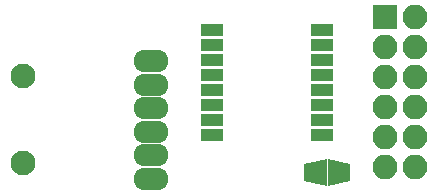
<source format=gts>
G04 #@! TF.FileFunction,Soldermask,Top*
%FSLAX46Y46*%
G04 Gerber Fmt 4.6, Leading zero omitted, Abs format (unit mm)*
G04 Created by KiCad (PCBNEW 4.0.5-e0-6337~49~ubuntu14.04.1) date Sun Mar 12 14:50:38 2017*
%MOMM*%
%LPD*%
G01*
G04 APERTURE LIST*
%ADD10C,0.100000*%
%ADD11R,2.100000X2.100000*%
%ADD12O,2.100000X2.100000*%
%ADD13O,2.940000X1.924000*%
%ADD14R,1.900000X1.000000*%
%ADD15C,2.100000*%
G04 APERTURE END LIST*
D10*
G36*
X170225000Y-120535000D02*
X170225000Y-122035000D01*
X168325000Y-122435000D01*
X168325000Y-120135000D01*
X170225000Y-120535000D01*
X170225000Y-120535000D01*
G37*
G36*
X168225000Y-120135000D02*
X168225000Y-122435000D01*
X166325000Y-122035000D01*
X166325000Y-120535000D01*
X168225000Y-120135000D01*
X168225000Y-120135000D01*
G37*
D11*
X173125476Y-108140000D03*
D12*
X175665476Y-108140000D03*
X173125476Y-110680000D03*
X175665476Y-110680000D03*
X173125476Y-113220000D03*
X175665476Y-113220000D03*
X173125476Y-115760000D03*
X175665476Y-115760000D03*
X173125476Y-118300000D03*
X175665476Y-118300000D03*
X173125476Y-120840000D03*
X175665476Y-120840000D03*
D13*
X153384000Y-111840000D03*
X153384000Y-113840000D03*
X153384000Y-115840000D03*
X153384000Y-117840000D03*
X153384000Y-119840000D03*
X153384000Y-121840000D03*
D14*
X158545000Y-109220000D03*
X158545000Y-110490000D03*
X158545000Y-111760000D03*
X158545000Y-113030000D03*
X158545000Y-114300000D03*
X158545000Y-115570000D03*
X158545000Y-116840000D03*
X158545000Y-118110000D03*
X167845000Y-118110000D03*
X167845000Y-116840000D03*
X167845000Y-115570000D03*
X167845000Y-114300000D03*
X167845000Y-113030000D03*
X167845000Y-111760000D03*
X167845000Y-110490000D03*
X167845000Y-109220000D03*
D15*
X142494000Y-113157000D03*
X142494000Y-120523000D03*
M02*

</source>
